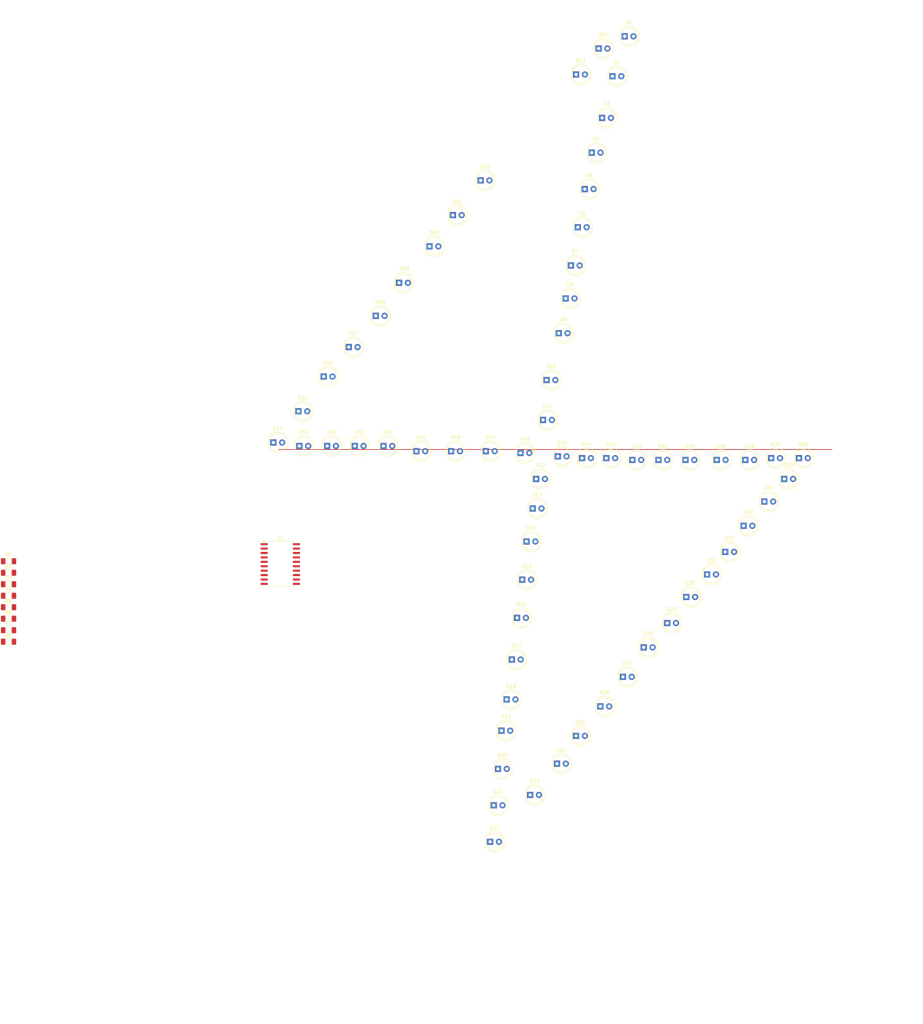
<source format=kicad_pcb>
(kicad_pcb (version 20241229) (generator "pcbnew") (generator_version "9.0")
  (layers (0 "F.Cu" signal) (2 "B.Cu" signal) (13 "F.Paste" user) (15 "B.Paste" user) (5 "F.SilkS" user "F.Silkscreen") (7 "B.SilkS" user "B.Silkscreen") (1 "F.Mask" user) (3 "B.Mask" user) (25 "Edge.Cuts" user))
  (net 0 "")
  (net 1 "Net-(D14-K)")
  (net 2 "Net-(D16-K)")
  (net 3 "GND")
  (net 4 "Net-(U1-PA6)")
  (net 5 "Net-(D1-K)")
  (net 6 "+5V")
  (net 7 "Net-(D15-K)")
  (net 8 "Net-(U1-PA4)")
  (net 9 "Net-(U1-PA2)")
  (net 10 "Net-(U1-AREF{slash}PA3)")
  (net 11 "Net-(U1-PA5)")
  (net 12 "Net-(D10-K)")
  (net 13 "Net-(D12-K)")
  (net 14 "Net-(U1-PA1)")
  (net 15 "Net-(U1-PA7)")
  (net 16 "Net-(D11-K)")
  (net 17 "Net-(D13-K)")
  (net 18 "Net-(U1-PA0)")
  (net 19 "Net-(D17-A)")
  (net 20 "Net-(D1-A)")
  (net 21 "Net-(D10-A)")
  (net 22 "Net-(D25-A)")
  (net 23 "Net-(D33-A)")
  (net 24 "Net-(D41-A)")
  (net 25 "Net-(D49-A)")
  (net 26 "Net-(D57-A)")
  (footprint "Package_SO:SOIC-20W_7.5x12.8mm_P1.27mm" (layer "F.Cu") (at 75.5 113)
    (property "Reference" "U1" (at 0 -7.35 0) (layer "F.SilkS"))
    (property "Value" "ATtiny861A-S")
    (pad "1" smd roundrect (at -4.65 -5.715) (size 2.05 0.6) (layers "F.Cu" "F.Mask" "F.Paste") (net 5 "Net-(D1-K)"))
    (pad "2" smd roundrect (at -4.65 -4.445) (size 2.05 0.6) (layers "F.Cu" "F.Mask" "F.Paste") (net 12 "Net-(D10-K)"))
    (pad "3" smd roundrect (at -4.65 -3.175) (size 2.05 0.6) (layers "F.Cu" "F.Mask" "F.Paste") (net 16 "Net-(D11-K)"))
    (pad "4" smd roundrect (at -4.65 -1.905) (size 2.05 0.6) (layers "F.Cu" "F.Mask" "F.Paste") (net 13 "Net-(D12-K)"))
    (pad "5" smd roundrect (at -4.65 -0.635) (size 2.05 0.6) (layers "F.Cu" "F.Mask" "F.Paste") (net 6 "+5V"))
    (pad "6" smd roundrect (at -4.65 0.635) (size 2.05 0.6) (layers "F.Cu" "F.Mask" "F.Paste") (net 3 "GND"))
    (pad "7" smd roundrect (at -4.65 1.905) (size 2.05 0.6) (layers "F.Cu" "F.Mask" "F.Paste") (net 17 "Net-(D13-K)"))
    (pad "8" smd roundrect (at -4.65 3.175) (size 2.05 0.6) (layers "F.Cu" "F.Mask" "F.Paste") (net 1 "Net-(D14-K)"))
    (pad "9" smd roundrect (at -4.65 4.445) (size 2.05 0.6) (layers "F.Cu" "F.Mask" "F.Paste") (net 7 "Net-(D15-K)"))
    (pad "10" smd roundrect (at -4.65 5.715) (size 2.05 0.6) (layers "F.Cu" "F.Mask" "F.Paste") (net 2 "Net-(D16-K)"))
    (pad "11" smd roundrect (at 4.65 5.715) (size 2.05 0.6) (layers "F.Cu" "F.Mask" "F.Paste") (net 15 "Net-(U1-PA7)"))
    (pad "12" smd roundrect (at 4.65 4.445) (size 2.05 0.6) (layers "F.Cu" "F.Mask" "F.Paste") (net 4 "Net-(U1-PA6)"))
    (pad "13" smd roundrect (at 4.65 3.175) (size 2.05 0.6) (layers "F.Cu" "F.Mask" "F.Paste") (net 11 "Net-(U1-PA5)"))
    (pad "14" smd roundrect (at 4.65 1.905) (size 2.05 0.6) (layers "F.Cu" "F.Mask" "F.Paste") (net 8 "Net-(U1-PA4)"))
    (pad "15" smd roundrect (at 4.65 0.635) (size 2.05 0.6) (layers "F.Cu" "F.Mask" "F.Paste") (net 6 "+5V"))
    (pad "16" smd roundrect (at 4.65 -0.635) (size 2.05 0.6) (layers "F.Cu" "F.Mask" "F.Paste") (net 3 "GND"))
    (pad "17" smd roundrect (at 4.65 -1.905) (size 2.05 0.6) (layers "F.Cu" "F.Mask" "F.Paste") (net 10 "Net-(U1-AREF{slash}PA3)"))
    (pad "18" smd roundrect (at 4.65 -3.175) (size 2.05 0.6) (layers "F.Cu" "F.Mask" "F.Paste") (net 9 "Net-(U1-PA2)"))
    (pad "19" smd roundrect (at 4.65 -4.445) (size 2.05 0.6) (layers "F.Cu" "F.Mask" "F.Paste") (net 14 "Net-(U1-PA1)"))
    (pad "20" smd roundrect (at 4.65 -5.715) (size 2.05 0.6) (layers "F.Cu" "F.Mask" "F.Paste") (net 18 "Net-(U1-PA0)"))
  )
  (footprint "LED_THT:LED_D5.0mm" (layer "F.Cu") (at 134.725 80.5)
    (property "Reference" "D47" (at 1.27 -3.96 0) (layer "F.SilkS"))
    (property "Value" "LED")
    (pad "1" thru_hole rect (at 0 0) (size 1.8 1.8) (drill 0.9) (layers "*.Cu" "*.Mask") (net 7 "Net-(D15-K)"))
    (pad "2" thru_hole circle (at 2.54 0) (size 1.8 1.8) (drill 0.9) (layers "*.Cu" "*.Mask") (net 24 "Net-(D41-A)"))
  )
  (footprint "LED_THT:LED_D5.0mm" (layer "F.Cu") (at 118.5 21.5)
    (property "Reference" "D60" (at 1.27 -3.96 0) (layer "F.SilkS"))
    (property "Value" "LED")
    (pad "1" thru_hole rect (at 0 0) (size 1.8 1.8) (drill 0.9) (layers "*.Cu" "*.Mask") (net 13 "Net-(D12-K)"))
    (pad "2" thru_hole circle (at 2.54 0) (size 1.8 1.8) (drill 0.9) (layers "*.Cu" "*.Mask") (net 26 "Net-(D57-A)"))
  )
  (footprint "LED_THT:LED_D5.0mm" (layer "F.Cu") (at 159.235 27)
    (property "Reference" "D7" (at 1.27 -3.96 0) (layer "F.SilkS"))
    (property "Value" "LED")
    (pad "1" thru_hole rect (at 0 0) (size 1.8 1.8) (drill 0.9) (layers "*.Cu" "*.Mask") (net 7 "Net-(D15-K)"))
    (pad "2" thru_hole circle (at 2.54 0) (size 1.8 1.8) (drill 0.9) (layers "*.Cu" "*.Mask") (net 20 "Net-(D1-A)"))
  )
  (footprint "LED_THT:LED_D5.0mm" (layer "F.Cu") (at 169.46 82.5)
    (property "Reference" "D43" (at 1.27 -3.96 0) (layer "F.SilkS"))
    (property "Value" "LED")
    (pad "1" thru_hole rect (at 0 0) (size 1.8 1.8) (drill 0.9) (layers "*.Cu" "*.Mask") (net 16 "Net-(D11-K)"))
    (pad "2" thru_hole circle (at 2.54 0) (size 1.8 1.8) (drill 0.9) (layers "*.Cu" "*.Mask") (net 24 "Net-(D41-A)"))
  )
  (footprint "LED_THT:LED_D5.0mm" (layer "F.Cu") (at 148.225 97)
    (property "Reference" "D13" (at 1.27 -3.96 0) (layer "F.SilkS"))
    (property "Value" "LED")
    (pad "1" thru_hole rect (at 0 0) (size 1.8 1.8) (drill 0.9) (layers "*.Cu" "*.Mask") (net 17 "Net-(D13-K)"))
    (pad "2" thru_hole circle (at 2.54 0) (size 1.8 1.8) (drill 0.9) (layers "*.Cu" "*.Mask") (net 21 "Net-(D10-A)"))
  )
  (footprint "LED_THT:LED_D5.0mm" (layer "F.Cu") (at 163.235 5)
    (property "Reference" "D5" (at 1.27 -3.96 0) (layer "F.SilkS"))
    (property "Value" "LED")
    (pad "1" thru_hole rect (at 0 0) (size 1.8 1.8) (drill 0.9) (layers "*.Cu" "*.Mask") (net 17 "Net-(D13-K)"))
    (pad "2" thru_hole circle (at 2.54 0) (size 1.8 1.8) (drill 0.9) (layers "*.Cu" "*.Mask") (net 20 "Net-(D1-A)"))
  )
  (footprint "Resistor_SMD:R_1206_3216Metric_Pad1.30x1.75mm_HandSolder" (layer "F.Cu") (at -2.805 118.815)
    (property "Reference" "R3" (at 0 -1.83 0) (layer "F.SilkS"))
    (property "Value" "110")
    (pad "1" smd roundrect (at -1.55 0) (size 1.3 1.75) (layers "F.Cu" "F.Mask" "F.Paste") (roundrect_rratio 0.192308) (net 9 "Net-(U1-PA2)"))
    (pad "2" smd roundrect (at 1.55 0) (size 1.3 1.75) (layers "F.Cu" "F.Mask" "F.Paste") (roundrect_rratio 0.192308) (net 19 "Net-(D17-A)"))
  )
  (footprint "LED_THT:LED_D5.0mm" (layer "F.Cu") (at 80.725 69)
    (property "Reference" "D55" (at 1.27 -3.96 0) (layer "F.SilkS"))
    (property "Value" "LED")
    (pad "1" thru_hole rect (at 0 0) (size 1.8 1.8) (drill 0.9) (layers "*.Cu" "*.Mask") (net 7 "Net-(D15-K)"))
    (pad "2" thru_hole circle (at 2.54 0) (size 1.8 1.8) (drill 0.9) (layers "*.Cu" "*.Mask") (net 25 "Net-(D49-A)"))
  )
  (footprint "Resistor_SMD:R_1206_3216Metric_Pad1.30x1.75mm_HandSolder" (layer "F.Cu") (at -2.805 125.435)
    (property "Reference" "R5" (at 0 -1.83 0) (layer "F.SilkS"))
    (property "Value" "110")
    (pad "1" smd roundrect (at -1.55 0) (size 1.3 1.75) (layers "F.Cu" "F.Mask" "F.Paste") (roundrect_rratio 0.192308) (net 8 "Net-(U1-PA4)"))
    (pad "2" smd roundrect (at 1.55 0) (size 1.3 1.75) (layers "F.Cu" "F.Mask" "F.Paste") (roundrect_rratio 0.192308) (net 23 "Net-(D33-A)"))
  )
  (footprint "LED_THT:LED_D5.0mm" (layer "F.Cu") (at 160.735 162.5)
    (property "Reference" "D25" (at 1.27 -3.96 0) (layer "F.SilkS"))
    (property "Value" "LED")
    (pad "1" thru_hole rect (at 0 0) (size 1.8 1.8) (drill 0.9) (layers "*.Cu" "*.Mask") (net 5 "Net-(D1-K)"))
    (pad "2" thru_hole circle (at 2.54 0) (size 1.8 1.8) (drill 0.9) (layers "*.Cu" "*.Mask") (net 22 "Net-(D25-A)"))
  )
  (footprint "LED_THT:LED_D5.0mm" (layer "F.Cu") (at 167.235 -35.5)
    (property "Reference" "D64" (at 1.27 -3.96 0) (layer "F.SilkS"))
    (property "Value" "LED")
    (pad "1" thru_hole rect (at 0 0) (size 1.8 1.8) (drill 0.9) (layers "*.Cu" "*.Mask") (net 2 "Net-(D16-K)"))
    (pad "2" thru_hole circle (at 2.54 0) (size 1.8 1.8) (drill 0.9) (layers "*.Cu" "*.Mask") (net 26 "Net-(D57-A)"))
  )
  (footprint "LED_THT:LED_D5.0mm" (layer "F.Cu") (at 184.46 83)
    (property "Reference" "D41" (at 1.27 -3.96 0) (layer "F.SilkS"))
    (property "Value" "LED")
    (pad "1" thru_hole rect (at 0 0) (size 1.8 1.8) (drill 0.9) (layers "*.Cu" "*.Mask") (net 5 "Net-(D1-K)"))
    (pad "2" thru_hole circle (at 2.54 0) (size 1.8 1.8) (drill 0.9) (layers "*.Cu" "*.Mask") (net 24 "Net-(D41-A)"))
  )
  (footprint "LED_THT:LED_D5.0mm" (layer "F.Cu") (at 167.735 154)
    (property "Reference" "D26" (at 1.27 -3.96 0) (layer "F.SilkS"))
    (property "Value" "LED")
    (pad "1" thru_hole rect (at 0 0) (size 1.8 1.8) (drill 0.9) (layers "*.Cu" "*.Mask") (net 12 "Net-(D10-K)"))
    (pad "2" thru_hole circle (at 2.54 0) (size 1.8 1.8) (drill 0.9) (layers "*.Cu" "*.Mask") (net 22 "Net-(D25-A)"))
  )
  (footprint "LED_THT:LED_D5.0mm" (layer "F.Cu") (at 146.46 106.5)
    (property "Reference" "D14" (at 1.27 -3.96 0) (layer "F.SilkS"))
    (property "Value" "LED")
    (pad "1" thru_hole rect (at 0 0) (size 1.8 1.8) (drill 0.9) (layers "*.Cu" "*.Mask") (net 1 "Net-(D14-K)"))
    (pad "2" thru_hole circle (at 2.54 0) (size 1.8 1.8) (drill 0.9) (layers "*.Cu" "*.Mask") (net 21 "Net-(D10-A)"))
  )
  (footprint "LED_THT:LED_D5.0mm" (layer "F.Cu") (at 145.225 117.5)
    (property "Reference" "D15" (at 1.27 -3.96 0) (layer "F.SilkS"))
    (property "Value" "LED")
    (pad "1" thru_hole rect (at 0 0) (size 1.8 1.8) (drill 0.9) (layers "*.Cu" "*.Mask") (net 7 "Net-(D15-K)"))
    (pad "2" thru_hole circle (at 2.54 0) (size 1.8 1.8) (drill 0.9) (layers "*.Cu" "*.Mask") (net 21 "Net-(D10-A)"))
  )
  (footprint "LED_THT:LED_D5.0mm" (layer "F.Cu") (at 192.265 83)
    (property "Reference" "D40" (at 1.27 -3.96 0) (layer "F.SilkS"))
    (property "Value" "LED")
    (pad "1" thru_hole rect (at 0 0) (size 1.8 1.8) (drill 0.9) (layers "*.Cu" "*.Mask") (net 2 "Net-(D16-K)"))
    (pad "2" thru_hole circle (at 2.54 0) (size 1.8 1.8) (drill 0.9) (layers "*.Cu" "*.Mask") (net 23 "Net-(D33-A)"))
  )
  (footprint "LED_THT:LED_D5.0mm" (layer "F.Cu") (at 220.725 88.5)
    (property "Reference" "D35" (at 1.27 -3.96 0) (layer "F.SilkS"))
    (property "Value" "LED")
    (pad "1" thru_hole rect (at 0 0) (size 1.8 1.8) (drill 0.9) (layers "*.Cu" "*.Mask") (net 16 "Net-(D11-K)"))
    (pad "2" thru_hole circle (at 2.54 0) (size 1.8 1.8) (drill 0.9) (layers "*.Cu" "*.Mask") (net 23 "Net-(D33-A)"))
  )
  (footprint "Resistor_SMD:R_1206_3216Metric_Pad1.30x1.75mm_HandSolder" (layer "F.Cu") (at -2.805 128.745)
    (property "Reference" "R6" (at 0 -1.83 0) (layer "F.SilkS"))
    (property "Value" "110")
    (pad "1" smd roundrect (at -1.55 0) (size 1.3 1.75) (layers "F.Cu" "F.Mask" "F.Paste") (roundrect_rratio 0.192308) (net 11 "Net-(U1-PA5)"))
    (pad "2" smd roundrect (at 1.55 0) (size 1.3 1.75) (layers "F.Cu" "F.Mask" "F.Paste") (roundrect_rratio 0.192308) (net 24 "Net-(D41-A)"))
  )
  (footprint "LED_THT:LED_D5.0mm" (layer "F.Cu") (at 157.735 36.5)
    (property "Reference" "D8" (at 1.27 -3.96 0) (layer "F.SilkS"))
    (property "Value" "LED")
    (pad "1" thru_hole rect (at 0 0) (size 1.8 1.8) (drill 0.9) (layers "*.Cu" "*.Mask") (net 2 "Net-(D16-K)"))
    (pad "2" thru_hole circle (at 2.54 0) (size 1.8 1.8) (drill 0.9) (layers "*.Cu" "*.Mask") (net 20 "Net-(D1-A)"))
  )
  (footprint "LED_THT:LED_D5.0mm" (layer "F.Cu") (at 224.96 82.5)
    (property "Reference" "D36" (at 1.27 -3.96 0) (layer "F.SilkS"))
    (property "Value" "LED")
    (pad "1" thru_hole rect (at 0 0) (size 1.8 1.8) (drill 0.9) (layers "*.Cu" "*.Mask") (net 13 "Net-(D12-K)"))
    (pad "2" thru_hole circle (at 2.54 0) (size 1.8 1.8) (drill 0.9) (layers "*.Cu" "*.Mask") (net 23 "Net-(D33-A)"))
  )
  (footprint "LED_THT:LED_D5.0mm" (layer "F.Cu") (at 216.96 82.5)
    (property "Reference" "D37" (at 1.27 -3.96 0) (layer "F.SilkS"))
    (property "Value" "LED")
    (pad "1" thru_hole rect (at 0 0) (size 1.8 1.8) (drill 0.9) (layers "*.Cu" "*.Mask") (net 17 "Net-(D13-K)"))
    (pad "2" thru_hole circle (at 2.54 0) (size 1.8 1.8) (drill 0.9) (layers "*.Cu" "*.Mask") (net 23 "Net-(D33-A)"))
  )
  (footprint "LED_THT:LED_D5.0mm" (layer "F.Cu") (at 124.725 80.5)
    (property "Reference" "D48" (at 1.27 -3.96 0) (layer "F.SilkS"))
    (property "Value" "LED")
    (pad "1" thru_hole rect (at 0 0) (size 1.8 1.8) (drill 0.9) (layers "*.Cu" "*.Mask") (net 2 "Net-(D16-K)"))
    (pad "2" thru_hole circle (at 2.54 0) (size 1.8 1.8) (drill 0.9) (layers "*.Cu" "*.Mask") (net 24 "Net-(D41-A)"))
  )
  (footprint "LED_THT:LED_D5.0mm" (layer "F.Cu") (at 168.235 -15.5)
    (property "Reference" "D3" (at 1.27 -3.96 0) (layer "F.SilkS"))
    (property "Value" "LED")
    (pad "1" thru_hole rect (at 0 0) (size 1.8 1.8) (drill 0.9) (layers "*.Cu" "*.Mask") (net 16 "Net-(D11-K)"))
    (pad "2" thru_hole circle (at 2.54 0) (size 1.8 1.8) (drill 0.9) (layers "*.Cu" "*.Mask") (net 20 "Net-(D1-A)"))
  )
  (footprint "LED_THT:LED_D5.0mm" (layer "F.Cu") (at 88 59)
    (property "Reference" "D56" (at 1.27 -3.96 0) (layer "F.SilkS"))
    (property "Value" "LED")
    (pad "1" thru_hole rect (at 0 0) (size 1.8 1.8) (drill 0.9) (layers "*.Cu" "*.Mask") (net 2 "Net-(D16-K)"))
    (pad "2" thru_hole circle (at 2.54 0) (size 1.8 1.8) (drill 0.9) (layers "*.Cu" "*.Mask") (net 25 "Net-(D49-A)"))
  )
  (footprint "LED_THT:LED_D5.0mm" (layer "F.Cu") (at 135.96 193)
    (property "Reference" "D22" (at 1.27 -3.96 0) (layer "F.SilkS"))
    (property "Value" "LED")
    (pad "1" thru_hole rect (at 0 0) (size 1.8 1.8) (drill 0.9) (layers "*.Cu" "*.Mask") (net 1 "Net-(D14-K)"))
    (pad "2" thru_hole circle (at 2.54 0) (size 1.8 1.8) (drill 0.9) (layers "*.Cu" "*.Mask") (net 19 "Net-(D17-A)"))
  )
  (footprint "LED_THT:LED_D5.0mm" (layer "F.Cu") (at 155.46 82)
    (property "Reference" "D45" (at 1.27 -3.96 0) (layer "F.SilkS"))
    (property "Value" "LED")
    (pad "1" thru_hole rect (at 0 0) (size 1.8 1.8) (drill 0.9) (layers "*.Cu" "*.Mask") (net 17 "Net-(D13-K)"))
    (pad "2" thru_hole circle (at 2.54 0) (size 1.8 1.8) (drill 0.9) (layers "*.Cu" "*.Mask") (net 24 "Net-(D41-A)"))
  )
  (footprint "LED_THT:LED_D5.0mm" (layer "F.Cu") (at 147.5 179.5)
    (property "Reference" "D23" (at 1.27 -3.96 0) (layer "F.SilkS"))
    (property "Value" "LED")
    (pad "1" thru_hole rect (at 0 0) (size 1.8 1.8) (drill 0.9) (layers "*.Cu" "*.Mask") (net 7 "Net-(D15-K)"))
    (pad "2" thru_hole circle (at 2.54 0) (size 1.8 1.8) (drill 0.9) (layers "*.Cu" "*.Mask") (net 19 "Net-(D17-A)"))
  )
  (footprint "LED_THT:LED_D5.0mm" (layer "F.Cu") (at 152.225 60)
    (property "Reference" "D10" (at 1.27 -3.96 0) (layer "F.SilkS"))
    (property "Value" "LED")
    (pad "1" thru_hole rect (at 0 0) (size 1.8 1.8) (drill 0.9) (layers "*.Cu" "*.Mask") (net 12 "Net-(D10-K)"))
    (pad "2" thru_hole circle (at 2.54 0) (size 1.8 1.8) (drill 0.9) (layers "*.Cu" "*.Mask") (net 21 "Net-(D10-A)"))
  )
  (footprint "LED_THT:LED_D5.0mm" (layer "F.Cu") (at 137 182.5)
    (property "Reference" "D21" (at 1.27 -3.96 0) (layer "F.SilkS"))
    (property "Value" "LED")
    (pad "1" thru_hole rect (at 0 0) (size 1.8 1.8) (drill 0.9) (layers "*.Cu" "*.Mask") (net 17 "Net-(D13-K)"))
    (pad "2" thru_hole circle (at 2.54 0) (size 1.8 1.8) (drill 0.9) (layers "*.Cu" "*.Mask") (net 19 "Net-(D17-A)"))
  )
  (footprint "Resistor_SMD:R_1206_3216Metric_Pad1.30x1.75mm_HandSolder" (layer "F.Cu") (at -2.805 122.125)
    (property "Reference" "R4" (at 0 -1.83 0) (layer "F.SilkS"))
    (property "Value" "110")
    (pad "1" smd roundrect (at -1.55 0) (size 1.3 1.75) (layers "F.Cu" "F.Mask" "F.Paste") (roundrect_rratio 0.192308) (net 10 "Net-(U1-AREF{slash}PA3)"))
    (pad "2" smd roundrect (at 1.55 0) (size 1.3 1.75) (layers "F.Cu" "F.Mask" "F.Paste") (roundrect_rratio 0.192308) (net 22 "Net-(D25-A)"))
  )
  (footprint "LED_THT:LED_D5.0mm" (layer "F.Cu") (at 174.235 145.5)
    (property "Reference" "D27" (at 1.27 -3.96 0) (layer "F.SilkS"))
    (property "Value" "LED")
    (pad "1" thru_hole rect (at 0 0) (size 1.8 1.8) (drill 0.9) (layers "*.Cu" "*.Mask") (net 16 "Net-(D11-K)"))
    (pad "2" thru_hole circle (at 2.54 0) (size 1.8 1.8) (drill 0.9) (layers "*.Cu" "*.Mask") (net 22 "Net-(D25-A)"))
  )
  (footprint "LED_THT:LED_D5.0mm" (layer "F.Cu") (at 103 41.5)
    (property "Reference" "D58" (at 1.27 -3.96 0) (layer "F.SilkS"))
    (property "Value" "LED")
    (pad "1" thru_hole rect (at 0 0) (size 1.8 1.8) (drill 0.9) (layers "*.Cu" "*.Mask") (net 12 "Net-(D10-K)"))
    (pad "2" thru_hole circle (at 2.54 0) (size 1.8 1.8) (drill 0.9) (layers "*.Cu" "*.Mask") (net 26 "Net-(D57-A)"))
  )
  (footprint "LED_THT:LED_D5.0mm" (layer "F.Cu") (at 149.225 88.5)
    (property "Reference" "D12" (at 1.27 -3.96 0) (layer "F.SilkS"))
    (property "Value" "LED")
    (pad "1" thru_hole rect (at 0 0) (size 1.8 1.8) (drill 0.9) (layers "*.Cu" "*.Mask") (net 13 "Net-(D12-K)"))
    (pad "2" thru_hole circle (at 2.54 0) (size 1.8 1.8) (drill 0.9) (layers "*.Cu" "*.Mask") (net 21 "Net-(D10-A)"))
  )
  (footprint "Resistor_SMD:R_1206_3216Metric_Pad1.30x1.75mm_HandSolder" (layer "F.Cu") (at -2.805 115.505)
    (property "Reference" "R2" (at 0 -1.83 0) (layer "F.SilkS"))
    (property "Value" "110")
    (pad "1" smd roundrect (at -1.55 0) (size 1.3 1.75) (layers "F.Cu" "F.Mask" "F.Paste") (roundrect_rratio 0.192308) (net 14 "Net-(U1-PA1)"))
    (pad "2" smd roundrect (at 1.55 0) (size 1.3 1.75) (layers "F.Cu" "F.Mask" "F.Paste") (roundrect_rratio 0.192308) (net 21 "Net-(D10-A)"))
  )
  (footprint "Resistor_SMD:R_1206_3216Metric_Pad1.30x1.75mm_HandSolder" (layer "F.Cu") (at -2.805 132.055)
    (property "Reference" "R7" (at 0 -1.83 0) (layer "F.SilkS"))
    (property "Value" "110")
    (pad "1" smd roundrect (at -1.55 0) (size 1.3 1.75) (layers "F.Cu" "F.Mask" "F.Paste") (roundrect_rratio 0.192308) (net 4 "Net-(U1-PA6)"))
    (pad "2" smd roundrect (at 1.55 0) (size 1.3 1.75) (layers "F.Cu" "F.Mask" "F.Paste") (roundrect_rratio 0.192308) (net 25 "Net-(D49-A)"))
  )
  (footprint "LED_THT:LED_D5.0mm" (layer "F.Cu") (at 105.225 79)
    (property "Reference" "D50" (at 1.27 -3.96 0) (layer "F.SilkS"))
    (property "Value" "LED")
    (pad "1" thru_hole rect (at 0 0) (size 1.8 1.8) (drill 0.9) (layers "*.Cu" "*.Mask") (net 12 "Net-(D10-K)"))
    (pad "2" thru_hole circle (at 2.54 0) (size 1.8 1.8) (drill 0.9) (layers "*.Cu" "*.Mask") (net 25 "Net-(D49-A)"))
  )
  (footprint "LED_THT:LED_D5.0mm" (layer "F.Cu") (at 155.235 170.5)
    (property "Reference" "D24" (at 1.27 -3.96 0) (layer "F.SilkS"))
    (property "Value" "LED")
    (pad "1" thru_hole rect (at 0 0) (size 1.8 1.8) (drill 0.9) (layers "*.Cu" "*.Mask") (net 2 "Net-(D16-K)"))
    (pad "2" thru_hole circle (at 2.54 0) (size 1.8 1.8) (drill 0.9) (layers "*.Cu" "*.Mask") (net 19 "Net-(D17-A)"))
  )
  (footprint "LED_THT:LED_D5.0mm" (layer "F.Cu") (at 138.225 172)
    (property "Reference" "D20" (at 1.27 -3.96 0) (layer "F.SilkS"))
    (property "Value" "LED")
    (pad "1" thru_hole rect (at 0 0) (size 1.8 1.8) (drill 0.9) (layers "*.Cu" "*.Mask") (net 13 "Net-(D12-K)"))
    (pad "2" thru_hole circle (at 2.54 0) (size 1.8 1.8) (drill 0.9) (layers "*.Cu" "*.Mask") (net 19 "Net-(D17-A)"))
  )
  (footprint "LED_THT:LED_D5.0mm" (layer "F.Cu") (at 81 79)
    (property "Reference" "D53" (at 1.27 -3.96 0) (layer "F.SilkS"))
    (property "Value" "LED")
    (pad "1" thru_hole rect (at 0 0) (size 1.8 1.8) (drill 0.9) (layers "*.Cu" "*.Mask") (net 17 "Net-(D13-K)"))
    (pad "2" thru_hole circle (at 2.54 0) (size 1.8 1.8) (drill 0.9) (layers "*.Cu" "*.Mask") (net 25 "Net-(D49-A)"))
  )
  (footprint "LED_THT:LED_D5.0mm" (layer "F.Cu") (at 142.225 140.5)
    (property "Reference" "D17" (at 1.27 -3.96 0) (layer "F.SilkS"))
    (property "Value" "LED")
    (pad "1" thru_hole rect (at 0 0) (size 1.8 1.8) (drill 0.9) (layers "*.Cu" "*.Mask") (net 5 "Net-(D1-K)"))
    (pad "2" thru_hole circle (at 2.54 0) (size 1.8 1.8) (drill 0.9) (layers "*.Cu" "*.Mask") (net 19 "Net-(D17-A)"))
  )
  (footprint "LED_THT:LED_D5.0mm" (layer "F.Cu") (at 96.96 79)
    (property "Reference" "D51" (at 1.27 -3.96 0) (layer "F.SilkS"))
    (property "Value" "LED")
    (pad "1" thru_hole rect (at 0 0) (size 1.8 1.8) (drill 0.9) (layers "*.Cu" "*.Mask") (net 16 "Net-(D11-K)"))
    (pad "2" thru_hole circle (at 2.54 0) (size 1.8 1.8) (drill 0.9) (layers "*.Cu" "*.Mask") (net 25 "Net-(D49-A)"))
  )
  (footprint "LED_THT:LED_D5.0mm" (layer "F.Cu") (at 171.235 -27.5)
    (property "Reference" "D2" (at 1.27 -3.96 0) (layer "F.SilkS"))
    (property "Value" "LED")
    (pad "1" thru_hole rect (at 0 0) (size 1.8 1.8) (drill 0.9) (layers "*.Cu" "*.Mask") (net 12 "Net-(D10-K)"))
    (pad "2" thru_hole circle (at 2.54 0) (size 1.8 1.8) (drill 0.9) (layers "*.Cu" "*.Mask") (net 20 "Net-(D1-A)"))
  )
  (footprint "LED_THT:LED_D5.0mm" (layer "F.Cu") (at 109.725 32)
    (property "Reference" "D59" (at 1.54 -4 0) (layer "F.SilkS"))
    (property "Value" "LED")
    (pad "1" thru_hole rect (at 0 0) (size 1.8 1.8) (drill 0.9) (layers "*.Cu" "*.Mask") (net 16 "Net-(D11-K)"))
    (pad "2" thru_hole circle (at 2.54 0) (size 1.8 1.8) (drill 0.9) (layers "*.Cu" "*.Mask") (net 26 "Net-(D57-A)"))
  )
  (footprint "LED_THT:LED_D5.0mm" (layer "F.Cu") (at 125.225 12.5)
    (property "Reference" "D61" (at 1.27 -3.96 0) (layer "F.SilkS"))
    (property "Value" "LED")
    (pad "1" thru_hole rect (at 0 0) (size 1.8 1.8) (drill 0.9) (layers "*.Cu" "*.Mask") (net 17 "Net-(D13-K)"))
    (pad "2" thru_hole circle (at 2.54 0) (size 1.8 1.8) (drill 0.9) (layers "*.Cu" "*.Mask") (net 26 "Net-(D57-A)"))
  )
  (footprint "LED_THT:LED_D5.0mm" (layer "F.Cu") (at 139.225 161)
    (property "Reference" "D19" (at 1.27 -3.96 0) (layer "F.SilkS"))
    (property "Value" "LED")
    (pad "1" thru_hole rect (at 0 0) (size 1.8 1.8) (drill 0.9) (layers "*.Cu" "*.Mask") (net 16 "Net-(D11-K)"))
    (pad "2" thru_hole circle (at 2.54 0) (size 1.8 1.8) (drill 0.9) (layers "*.Cu" "*.Mask") (net 19 "Net-(D17-A)"))
  )
  (footprint "LED_THT:LED_D5.0mm" (layer "F.Cu") (at 151.225 71.5)
    (property "Reference" "D11" (at 1.27 -3.96 0) (layer "F.SilkS"))
    (property "Value" "LED")
    (pad "1" thru_hole rect (at 0 0) (size 1.8 1.8) (drill 0.9) (layers "*.Cu" "*.Mask") (net 16 "Net-(D11-K)"))
    (pad "2" thru_hole circle (at 2.54 0) (size 1.8 1.8) (drill 0.9) (layers "*.Cu" "*.Mask") (net 21 "Net-(D10-A)"))
  )
  (footprint "LED_THT:LED_D5.0mm" (layer "F.Cu") (at 144.725 81)
    (property "Reference" "D46" (at 1.27 -3.96 0) (layer "F.SilkS"))
    (property "Value" "LED")
    (pad "1" thru_hole rect (at 0 0) (size 1.8 1.8) (drill 0.9) (layers "*.Cu" "*.Mask") (net 1 "Net-(D14-K)"))
    (pad "2" thru_hole circle (at 2.54 0) (size 1.8 1.8) (drill 0.9) (layers "*.Cu" "*.Mask") (net 24 "Net-(D41-A)"))
  )
  (footprint "LED_THT:LED_D5.0mm" (layer "F.Cu") (at 162.46 82.5)
    (property "Reference" "D44" (at 1.275 -4 0) (layer "F.SilkS"))
    (property "Value" "LED")
    (pad "1" thru_hole rect (at 0 0) (size 1.8 1.8) (drill 0.9) (layers "*.Cu" "*.Mask") (net 13 "Net-(D12-K)"))
    (pad "2" thru_hole circle (at 2.54 0) (size 1.8 1.8) (drill 0.9) (layers "*.Cu" "*.Mask") (net 24 "Net-(D41-A)"))
  )
  (footprint "LED_THT:LED_D5.0mm" (layer "F.Cu") (at 215 95)
    (property "Reference" "D34" (at 1.27 -3.96 0) (layer "F.SilkS"))
    (property "Value" "LED")
    (pad "1" thru_hole rect (at 0 0) (size 1.8 1.8) (drill 0.9) (layers "*.Cu" "*.Mask") (net 12 "Net-(D10-K)"))
    (pad "2" thru_hole circle (at 2.54 0) (size 1.8 1.8) (drill 0.9) (layers "*.Cu" "*.Mask") (net 23 "Net-(D33-A)"))
  )
  (footprint "Resistor_SMD:R_1206_3216Metric_Pad1.30x1.75mm_HandSolder" (layer "F.Cu") (at -2.805 135.365)
    (property "Reference" "R8" (at 0 -1.83 0) (layer "F.SilkS"))
    (property "Value" "110")
    (pad "1" smd roundrect (at -1.55 0) (size 1.3 1.75) (layers "F.Cu" "F.Mask" "F.Paste") (roundrect_rratio 0.192308) (net 15 "Net-(U1-PA7)"))
    (pad "2" smd roundrect (at 1.55 0) (size 1.3 1.75) (layers "F.Cu" "F.Mask" "F.Paste") (roundrect_rratio 0.192308) (net 26 "Net-(D57-A)"))
  )
  (footprint "LED_THT:LED_D5.0mm" (layer "F.Cu") (at 180.235 137)
    (property "Reference" "D28" (at 1.27 -3.96 0) (layer "F.SilkS"))
    (property "Value" "LED")
    (pad "1" thru_hole rect (at 0 0) (size 1.8 1.8) (drill 0.9) (layers "*.Cu" "*.Mask") (net 13 "Net-(D12-K)"))
    (pad "2" thru_hole circle (at 2.54 0) (size 1.8 1.8) (drill 0.9) (layers "*.Cu" "*.Mask") (net 22 "Net-(D25-A)"))
  )
  (footprint "LED_THT:LED_D5.0mm" (layer "F.Cu") (at 114.725 80.5)
    (property "Reference" "D49" (at 1.27 -3.96 0) (layer "F.SilkS"))
    (property "Value" "LED")
    (pad "1" thru_hole rect (at 0 0) (size 1.8 1.8) (drill 0.9) (layers "*.Cu" "*.Mask") (net 5 "Net-(D1-K)"))
    (pad "2" thru_hole circle (at 2.54 0) (size 1.8 1.8) (drill 0.9) (layers "*.Cu" "*.Mask") (net 25 "Net-(D49-A)"))
  )
  (footprint "LED_THT:LED_D5.0mm" (layer "F.Cu") (at 95.225 50.5)
    (property "Reference" "D57" (at 1.27 -3.96 0) (layer "F.SilkS"))
    (property "Value" "LED")
    (pad "1" thru_hole rect (at 0 0) (size 1.8 1.8) (drill 0.9) (layers "*.Cu" "*.Mask") (net 5 "Net-(D1-K)"))
    (pad "2" thru_hole circle (at 2.54 0) (size 1.8 1.8) (drill 0.9) (layers "*.Cu" "*.Mask") (net 26 "Net-(D57-A)"))
  )
  (footprint "LED_THT:LED_D5.0mm" (layer "F.Cu") (at 133.225 2.5)
    (property "Reference" "D62" (at 1.27 -3.96 0) (layer "F.SilkS"))
    (property "Value" "LED")
    (pad "1" thru_hole rect (at 0 0) (size 1.8 1.8) (drill 0.9) (layers "*.Cu" "*.Mask") (net 1 "Net-(D14-K)"))
    (pad "2" thru_hole circle (at 2.54 0) (size 1.8 1.8) (drill 0.9) (layers "*.Cu" "*.Mask") (net 26 "Net-(D57-A)"))
  )
  (footprint "LED_THT:LED_D5.0mm" (layer "F.Cu") (at 161.235 16)
    (property "Reference" "D6" (at 1.27 -3.96 0) (layer "F.SilkS"))
    (property "Value" "LED")
    (pad "1" thru_hole rect (at 0 0) (size 1.8 1.8) (drill 0.9) (layers "*.Cu" "*.Mask") (net 1 "Net-(D14-K)"))
    (pad "2" thru_hole circle (at 2.54 0) (size 1.8 1.8) (drill 0.9) (layers "*.Cu" "*.Mask") (net 20 "Net-(D1-A)"))
  )
  (footprint "LED_THT:LED_D5.0mm" (layer "F.Cu") (at 203.725 109.5)
    (property "Reference" "D32" (at 1.27 -3.96 0) (layer "F.SilkS"))
    (property "Value" "LED")
    (pad "1" thru_hole rect (at 0 0) (size 1.8 1.8) (drill 0.9) (layers "*.Cu" "*.Mask") (net 2 "Net-(D16-K)"))
    (pad "2" thru_hole circle (at 2.54 0) (size 1.8 1.8) (drill 0.9) (layers "*.Cu" "*.Mask") (net 22 "Net-(D25-A)"))
  )
  (footprint "LED_THT:LED_D5.0mm" (layer "F.Cu") (at 160.735 -28)
    (property "Reference" "D63" (at 1.27 -3.96 0) (layer "F.SilkS"))
    (property "Value" "LED")
    (pad "1" thru_hole rect (at 0 0) (size 1.8 1.8) (drill 0.9) (layers "*.Cu" "*.Mask") (net 7 "Net-(D15-K)"))
    (pad "2" thru_hole circle (at 2.54 0) (size 1.8 1.8) (drill 0.9) (layers "*.Cu" "*.Mask") (net 26 "Net-(D57-A)"))
  )
  (footprint "LED_THT:LED_D5.0mm" (layer "F.Cu") (at 174.735 -39)
    (property "Reference" "D1" (at 1.27 -3.96 0) (layer "F.SilkS"))
    (property "Value" "LED")
    (pad "1" thru_hole rect (at 0 0) (size 1.8 1.8) (drill 0.9) (layers "*.Cu" "*.Mask") (net 5 "Net-(D1-K)"))
    (pad "2" thru_hole circle (at 2.54 0) (size 1.8 1.8) (drill 0.9) (layers "*.Cu" "*.Mask") (net 20 "Net-(D1-A)"))
  )
  (footprint "LED_THT:LED_D5.0mm" (layer "F.Cu") (at 176.96 83)
    (property "Reference" "D42" (at 1.27 -3.96 0) (layer "F.SilkS"))
    (property "Value" "LED")
    (pad "1" thru_hole rect (at 0 0) (size 1.8 1.8) (drill 0.9) (layers "*.Cu" "*.Mask") (net 12 "Net-(D10-K)"))
    (pad "2" thru_hole circle (at 2.54 0) (size 1.8 1.8) (drill 0.9) (layers "*.Cu" "*.Mask") (net 24 "Net-(D41-A)"))
  )
  (footprint "LED_THT:LED_D5.0mm" (layer "F.Cu") (at 187 130)
    (property "Reference" "D29" (at 1.27 -3.96 0) (layer "F.SilkS"))
    (property "Value" "LED")
    (pad "1" thru_hole rect (at 0 0) (size 1.8 1.8) (drill 0.9) (layers "*.Cu" "*.Mask") (net 17 "Net-(D13-K)"))
    (pad "2" thru_hole circle (at 2.54 0) (size 1.8 1.8) (drill 0.9) (layers "*.Cu" "*.Mask") (net 22 "Net-(D25-A)"))
  )
  (footprint "LED_THT:LED_D5.0mm" (layer "F.Cu") (at 155.735 46.5)
    (property "Reference" "D9" (at 1.27 -3.96 0) (layer "F.SilkS"))
    (property "Value" "LED")
    (pad "1" thru_hole rect (at 0 0) (size 1.8 1.8) (drill 0.9) (layers "*.Cu" "*.Mask") (net 5 "Net-(D1-K)"))
    (pad "2" thru_hole circle (at 2.54 0) (size 1.8 1.8) (drill 0.9) (layers "*.Cu" "*.Mask") (net 21 "Net-(D10-A)"))
  )
  (footprint "LED_THT:LED_D5.0mm" (layer "F.Cu") (at 198.5 116)
    (property "Reference" "D31" (at 1.27 -3.96 0) (layer "F.SilkS"))
    (property "Value" "LED")
    (pad "1" thru_hole rect (at 0 0) (size 1.8 1.8) (drill 0.9) (layers "*.Cu" "*.Mask") (net 7 "Net-(D15-K)"))
    (pad "2" thru_hole circle (at 2.54 0) (size 1.8 1.8) (drill 0.9) (layers "*.Cu" "*.Mask") (net 22 "Net-(D25-A)"))
  )
  (footprint "Resistor_SMD:R_1206_3216Metric_Pad1.30x1.75mm_HandSolder" (layer "F.Cu") (at -2.805 112.195)
    (property "Reference" "R1" (at 0 -1.83 0) (layer "F.SilkS"))
    (property "Value" "110")
    (pad "1" smd roundrect (at -1.55 0) (size 1.3 1.75) (layers "F.Cu" "F.Mask" "F.Paste") (roundrect_rratio 0.192308) (net 18 "Net-(U1-PA0)"))
    (pad "2" smd roundrect (at 1.55 0) (size 1.3 1.75) (layers "F.Cu" "F.Mask" "F.Paste") (roundrect_rratio 0.192308) (net 20 "Net-(D1-A)"))
  )
  (footprint "LED_THT:LED_D5.0mm" (layer "F.Cu") (at 201.265 83)
    (property "Reference" "D39" (at 1.27 -3.96 0) (layer "F.SilkS"))
    (property "Value" "LED")
    (pad "1" thru_hole rect (at 0 0) (size 1.8 1.8) (drill 0.9) (layers "*.Cu" "*.Mask") (net 7 "Net-(D15-K)"))
    (pad "2" thru_hole circle (at 2.54 0) (size 1.8 1.8) (drill 0.9) (layers "*.Cu" "*.Mask") (net 23 "Net-(D33-A)"))
  )
  (footprint "LED_THT:LED_D5.0mm" (layer "F.Cu") (at 143.725 128.5)
    (property "Reference" "D16" (at 1.27 -3.96 0) (layer "F.SilkS"))
    (property "Value" "LED")
    (pad "1" thru_hole rect (at 0 0) (size 1.8 1.8) (drill 0.9) (layers "*.Cu" "*.Mask") (net 2 "Net-(D16-K)"))
    (pad "2" thru_hole circle (at 2.54 0) (size 1.8 1.8) (drill 0.9) (layers "*.Cu" "*.Mask") (net 21 "Net-(D10-A)"))
  )
  (footprint "LED_THT:LED_D5.0mm" (layer "F.Cu") (at 209.5 83)
    (property "Reference" "D38" (at 1.27 -3.96 0) (layer "F.SilkS"))
    (property "Value" "LED")
    (pad "1" thru_hole rect (at 0 0) (size 1.8 1.8) (drill 0.9) (layers "*.Cu" "*.Mask") (net 1 "Net-(D14-K)"))
    (pad "2" thru_hole circle (at 2.54 0) (size 1.8 1.8) (drill 0.9) (layers "*.Cu" "*.Mask") (net 23 "Net-(D33-A)"))
  )
  (footprint "LED_THT:LED_D5.0mm" (layer "F.Cu") (at 73.5 78)
    (property "Reference" "D54" (at 1.27 -3.96 0) (layer "F.SilkS"))
    (property "Value" "LED")
    (pad "1" thru_hole rect (at 0 0) (size 1.8 1.8) (drill 0.9) (layers "*.Cu" "*.Mask") (net 1 "Net-(D14-K)"))
    (pad "2" thru_hole circle (at 2.54 0) (size 1.8 1.8) (drill 0.9) (layers "*.Cu" "*.Mask") (net 25 "Net-(D49-A)"))
  )
  (footprint "LED_THT:LED_D5.0mm" (layer "F.Cu") (at 192.5 122.5)
    (property "Reference" "D30" (at 1 -4 0) (layer "F.SilkS"))
    (property "Value" "LED")
    (pad "1" thru_hole rect (at 0 0) (size 1.8 1.8) (drill 0.9) (layers "*.Cu" "*.Mask") (net 1 "Net-(D14-K)"))
    (pad "2" thru_hole circle (at 2.54 0) (size 1.8 1.8) (drill 0.9) (layers "*.Cu" "*.Mask") (net 22 "Net-(D25-A)"))
  )
  (footprint "LED_THT:LED_D5.0mm" (layer "F.Cu") (at 165.235 -5.5)
    (property "Reference" "D4" (at 1.27 -3.96 0) (layer "F.SilkS"))
    (property "Value" "LED")
    (pad "1" thru_hole rect (at 0 0) (size 1.8 1.8) (drill 0.9) (layers "*.Cu" "*.Mask") (net 13 "Net-(D12-K)"))
    (pad "2" thru_hole circle (at 2.54 0) (size 1.8 1.8) (drill 0.9) (layers "*.Cu" "*.Mask") (net 20 "Net-(D1-A)"))
  )
  (footprint "LED_THT:LED_D5.0mm" (layer "F.Cu") (at 89 79)
    (property "Reference" "D52" (at 1.27 -3.96 0) (layer "F.SilkS"))
    (property "Value" "LED")
    (pad "1" thru_hole rect (at 0 0) (size 1.8 1.8) (drill 0.9) (layers "*.Cu" "*.Mask") (net 13 "Net-(D12-K)"))
    (pad "2" thru_hole circle (at 2.54 0) (size 1.8 1.8) (drill 0.9) (layers "*.Cu" "*.Mask") (net 25 "Net-(D49-A)"))
  )
  (footprint "LED_THT:LED_D5.0mm" (layer "F.Cu") (at 209 102)
    (property "Reference" "D33" (at 1.27 -3.96 0) (layer "F.SilkS"))
    (property "Value" "LED")
    (pad "1" thru_hole rect (at 0 0) (size 1.8 1.8) (drill 0.9) (layers "*.Cu" "*.Mask") (net 5 "Net-(D1-K)"))
    (pad "2" thru_hole circle (at 2.54 0) (size 1.8 1.8) (drill 0.9) (layers "*.Cu" "*.Mask") (net 23 "Net-(D33-A)"))
  )
  (footprint "LED_THT:LED_D5.0mm" (layer "F.Cu") (at 140.725 152)
    (property "Reference" "D18" (at 1.27 -3.96 0) (layer "F.SilkS"))
    (property "Value" "LED")
    (pad "1" thru_hole rect (at 0 0) (size 1.8 1.8) (drill 0.9) (layers "*.Cu" "*.Mask") (net 12 "Net-(D10-K)"))
    (pad "2" thru_hole circle (at 2.54 0) (size 1.8 1.8) (drill 0.9) (layers "*.Cu" "*.Mask") (net 19 "Net-(D17-A)"))
  )
  (gr_line (start 234.5 80) (end 75 80) (stroke (width 0.2)) (layer "F.Cu"))
)
</source>
